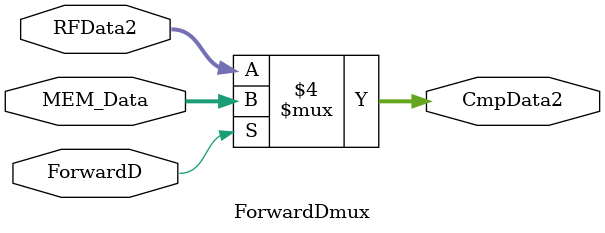
<source format=v>
`timescale 1ns / 1ps


module ForwardDmux(
    input [31:0]MEM_Data,
    input [31:0]RFData2,
    input ForwardD,
    output reg [31:0]CmpData2
);
    always@(*) begin
        if(ForwardD == 1)
            CmpData2 = MEM_Data;
        else
            CmpData2 = RFData2;
    end
endmodule

</source>
